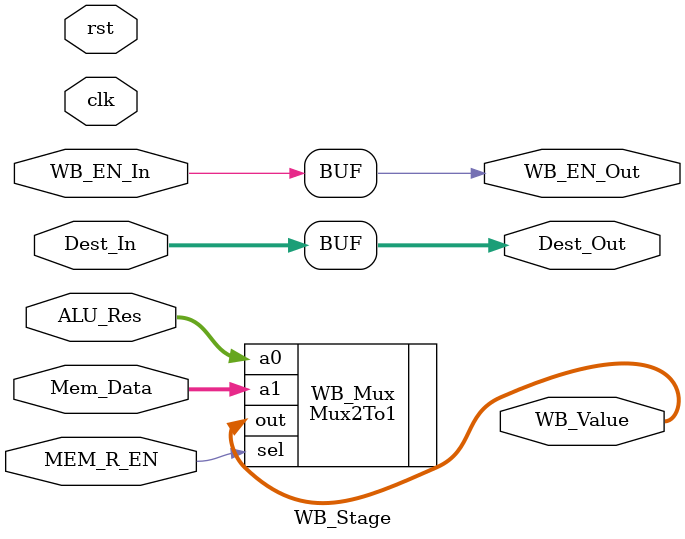
<source format=v>
module WB_Stage(
    input clk, rst,
    input WB_EN_In, MEM_R_EN,
    input [3:0] Dest_In,
    input [31:0] ALU_Res, Mem_Data,

    output WB_EN_Out,
    output [3:0] Dest_Out,
    output [31:0] WB_Value

);
    assign WB_EN_Out = WB_EN_In;
    assign Dest_Out = Dest_In;

    Mux2To1 #(32) WB_Mux(
        .a0(ALU_Res),
        .a1(Mem_Data),
        .sel(MEM_R_EN),
        .out(WB_Value)
    );
endmodule

</source>
